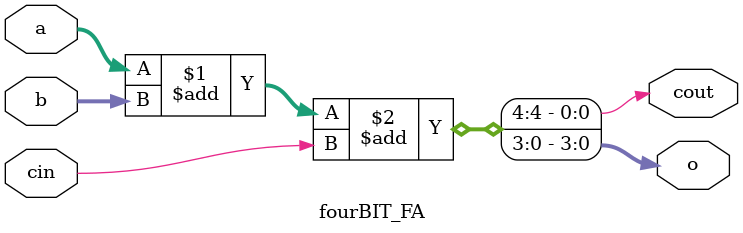
<source format=v>
`timescale 1ns / 1ps


module fourBIT_FA(input [3:0]a,input [3:0] b,input cin,output[3:0] o,output cout);
assign {cout,o}=a+b+cin;
endmodule

</source>
